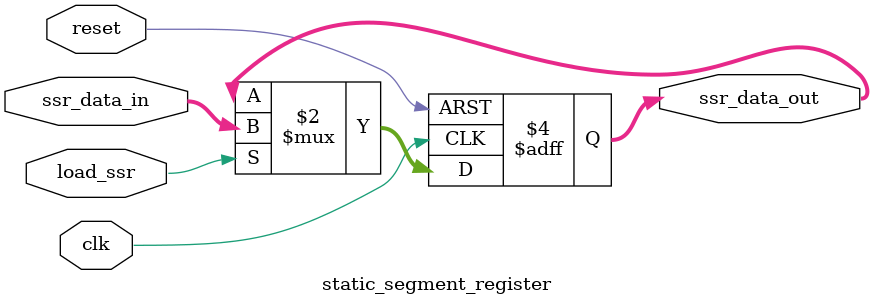
<source format=v>
module static_segment_register (
    input clk,
    input reset,
    input load_ssr,
    input [15:0] ssr_data_in,  
    output reg [15:0] ssr_data_out 
);

always @(posedge clk or posedge reset) begin
    if (reset) begin
        ssr_data_out <= 16'd0; 
    end else if (load_ssr) begin
        ssr_data_out <= ssr_data_in;
    end
end

endmodule

</source>
